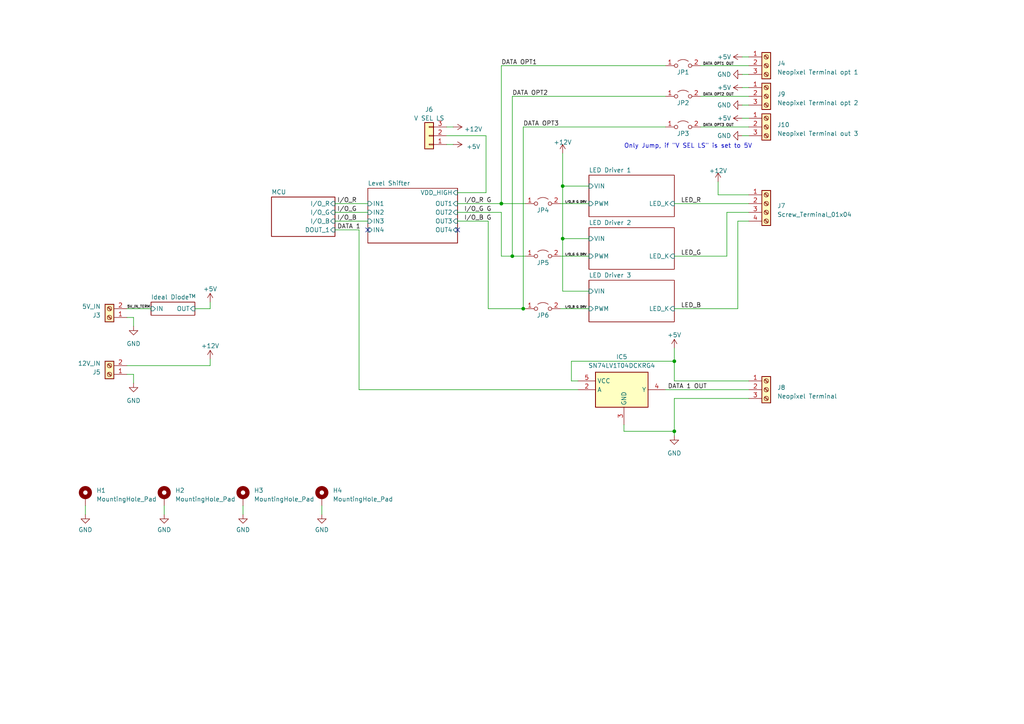
<source format=kicad_sch>
(kicad_sch (version 20230121) (generator eeschema)
  (paper "A4")
  (title_block (title "The Luwu") (date "2023-12-29") (rev "1") (company "FG Labs"))
  (lib_symbols
    (symbol "Connector:Screw_Terminal_01x02" (pin_names (offset 1.016) hide)
      (property "Reference" "J" (at 0 2.54 0))
      (property "Value" "Screw_Terminal_01x02" (at 0 -5.08 0))
      (symbol "Screw_Terminal_01x02_1_1"
        (rectangle (start -1.27 1.27) (end 1.27 -3.81) (stroke (width 0.254)) (fill (type background)))
        (circle (center 0 -2.54) (radius 0.635) (stroke (width 0.1524)))
        (polyline (pts (xy -0.5334 -2.2098) (xy 0.3302 -3.048)) (stroke (width 0.1524)))
        (polyline (pts (xy -0.5334 0.3302) (xy 0.3302 -0.508)) (stroke (width 0.1524)))
        (polyline (pts (xy -0.3556 -2.032) (xy 0.508 -2.8702)) (stroke (width 0.1524)))
        (polyline (pts (xy -0.3556 0.508) (xy 0.508 -0.3302)) (stroke (width 0.1524)))
        (circle (center 0 0) (radius 0.635) (stroke (width 0.1524)))
        (pin passive line (at -5.08 0 0) (length 3.81) (name "Pin_1") (number "1"))
        (pin passive line (at -5.08 -2.54 0) (length 3.81) (name "Pin_2") (number "2"))
      )
    )
    (symbol "Connector:Screw_Terminal_01x03" (pin_names (offset 1.016) hide)
      (property "Reference" "J" (at 0 5.08 0))
      (property "Value" "Screw_Terminal_01x03" (at 0 -5.08 0))
      (symbol "Screw_Terminal_01x03_1_1"
        (rectangle (start -1.27 3.81) (end 1.27 -3.81) (stroke (width 0.254)) (fill (type background)))
        (circle (center 0 -2.54) (radius 0.635) (stroke (width 0.1524)))
        (polyline (pts (xy -0.5334 -2.2098) (xy 0.3302 -3.048)) (stroke (width 0.1524)))
        (polyline (pts (xy -0.5334 0.3302) (xy 0.3302 -0.508)) (stroke (width 0.1524)))
        (polyline (pts (xy -0.5334 2.8702) (xy 0.3302 2.032)) (stroke (width 0.1524)))
        (polyline (pts (xy -0.3556 -2.032) (xy 0.508 -2.8702)) (stroke (width 0.1524)))
        (polyline (pts (xy -0.3556 0.508) (xy 0.508 -0.3302)) (stroke (width 0.1524)))
        (polyline (pts (xy -0.3556 3.048) (xy 0.508 2.2098)) (stroke (width 0.1524)))
        (circle (center 0 0) (radius 0.635) (stroke (width 0.1524)))
        (circle (center 0 2.54) (radius 0.635) (stroke (width 0.1524)))
        (pin passive line (at -5.08 2.54 0) (length 3.81) (name "Pin_1") (number "1"))
        (pin passive line (at -5.08 0 0) (length 3.81) (name "Pin_2") (number "2"))
        (pin passive line (at -5.08 -2.54 0) (length 3.81) (name "Pin_3") (number "3"))
      )
    )
    (symbol "Connector:Screw_Terminal_01x04" (pin_names (offset 1.016) hide)
      (property "Reference" "J" (at 0 5.08 0))
      (property "Value" "Screw_Terminal_01x04" (at 0 -7.62 0))
      (symbol "Screw_Terminal_01x04_1_1"
        (rectangle (start -1.27 3.81) (end 1.27 -6.35) (stroke (width 0.254)) (fill (type background)))
        (circle (center 0 -5.08) (radius 0.635) (stroke (width 0.1524)))
        (circle (center 0 -2.54) (radius 0.635) (stroke (width 0.1524)))
        (polyline (pts (xy -0.5334 -4.7498) (xy 0.3302 -5.588)) (stroke (width 0.1524)))
        (polyline (pts (xy -0.5334 -2.2098) (xy 0.3302 -3.048)) (stroke (width 0.1524)))
        (polyline (pts (xy -0.5334 0.3302) (xy 0.3302 -0.508)) (stroke (width 0.1524)))
        (polyline (pts (xy -0.5334 2.8702) (xy 0.3302 2.032)) (stroke (width 0.1524)))
        (polyline (pts (xy -0.3556 -4.572) (xy 0.508 -5.4102)) (stroke (width 0.1524)))
        (polyline (pts (xy -0.3556 -2.032) (xy 0.508 -2.8702)) (stroke (width 0.1524)))
        (polyline (pts (xy -0.3556 0.508) (xy 0.508 -0.3302)) (stroke (width 0.1524)))
        (polyline (pts (xy -0.3556 3.048) (xy 0.508 2.2098)) (stroke (width 0.1524)))
        (circle (center 0 0) (radius 0.635) (stroke (width 0.1524)))
        (circle (center 0 2.54) (radius 0.635) (stroke (width 0.1524)))
        (pin passive line (at -5.08 2.54 0) (length 3.81) (name "Pin_1") (number "1"))
        (pin passive line (at -5.08 0 0) (length 3.81) (name "Pin_2") (number "2"))
        (pin passive line (at -5.08 -2.54 0) (length 3.81) (name "Pin_3") (number "3"))
        (pin passive line (at -5.08 -5.08 0) (length 3.81) (name "Pin_4") (number "4"))
      )
    )
    (symbol "Connector_Generic:Conn_01x03" (pin_names (offset 1.016) hide)
      (property "Reference" "J" (at 0 5.08 0))
      (property "Value" "Conn_01x03" (at 0 -5.08 0))
      (symbol "Conn_01x03_1_1"
        (rectangle (start -1.27 -2.413) (end 0 -2.667) (stroke (width 0.1524)))
        (rectangle (start -1.27 0.127) (end 0 -0.127) (stroke (width 0.1524)))
        (rectangle (start -1.27 2.667) (end 0 2.413) (stroke (width 0.1524)))
        (rectangle (start -1.27 3.81) (end 1.27 -3.81) (stroke (width 0.254)) (fill (type background)))
        (pin passive line (at -5.08 2.54 0) (length 3.81) (name "Pin_1") (number "1"))
        (pin passive line (at -5.08 0 0) (length 3.81) (name "Pin_2") (number "2"))
        (pin passive line (at -5.08 -2.54 0) (length 3.81) (name "Pin_3") (number "3"))
      )
    )
    (symbol "Jumper:Jumper_2_Open" (pin_names (offset 0) hide)
      (property "Reference" "JP" (at 0 2.794 0))
      (property "Value" "Jumper_2_Open" (at 0 -2.286 0))
      (symbol "Jumper_2_Open_0_0"
        (circle (center -2.032 0) (radius 0.508))
        (circle (center 2.032 0) (radius 0.508))
      )
      (symbol "Jumper_2_Open_0_1"
        (arc (start 1.524 1.27) (mid 0 1.778) (end -1.524 1.27))
      )
      (symbol "Jumper_2_Open_1_1"
        (pin passive line (at -5.08 0 0) (length 2.54) (name "A") (number "1"))
        (pin passive line (at 5.08 0 180) (length 2.54) (name "B") (number "2"))
      )
    )
    (symbol "Mechanical:MountingHole_Pad" (pin_numbers hide) (pin_names (offset 1.016) hide)
      (property "Reference" "H" (at 0 6.35 0))
      (property "Value" "MountingHole_Pad" (at 0 4.445 0))
      (symbol "MountingHole_Pad_0_1"
        (circle (center 0 1.27) (radius 1.27) (stroke (width 1.27)))
      )
      (symbol "MountingHole_Pad_1_1"
        (pin input line (at 0 -2.54 90) (length 2.54) (name "1") (number "1"))
      )
    )
    (symbol "SamacSys_Parts_2:SN74LV1T04DCKRG4"
      (property "Reference" "IC" (at 21.59 7.62 0))
      (property "Value" "SN74LV1T04DCKRG4" (at 21.59 5.08 0))
      (symbol "SN74LV1T04DCKRG4_1_1"
        (rectangle (start 5.08 2.54) (end 20.32 -7.62) (stroke (width 0.254)) (fill (type background)))
        (pin no_connect line (at 38.735 8.89 0) (length 5.08) hide (name "NC") (number "1"))
        (pin passive line (at 0 -2.54 0) (length 5.08) (name "A") (number "2"))
        (pin passive line (at 13.335 -12.7 90) (length 5.08) (name "GND") (number "3"))
        (pin passive line (at 25.4 -2.54 180) (length 5.08) (name "Y") (number "4"))
        (pin passive line (at 0 0 0) (length 5.08) (name "VCC") (number "5"))
      )
    )
    (symbol "power:+12V" (power) (pin_names (offset 0))
      (property "Value" "+12V" (at 0 3.556 0))
      (symbol "+12V_0_1"
        (polyline (pts (xy -0.762 1.27) (xy 0 2.54)))
        (polyline (pts (xy 0 0) (xy 0 2.54)))
        (polyline (pts (xy 0 2.54) (xy 0.762 1.27)))
      )
      (symbol "+12V_1_1"
        (pin power_in line (at 0 0 90) (length 0) hide (name "+12V") (number "1"))
      )
    )
    (symbol "power:+5V" (power) (pin_names (offset 0))
      (property "Value" "+5V" (at 0 3.556 0))
      (symbol "+5V_0_1"
        (polyline (pts (xy -0.762 1.27) (xy 0 2.54)))
        (polyline (pts (xy 0 0) (xy 0 2.54)))
        (polyline (pts (xy 0 2.54) (xy 0.762 1.27)))
      )
      (symbol "+5V_1_1"
        (pin power_in line (at 0 0 90) (length 0) hide (name "+5V") (number "1"))
      )
    )
    (symbol "power:GND" (power) (pin_names (offset 0))
      (property "Value" "GND" (at 0 -3.81 0))
      (symbol "GND_0_1"
        (polyline (pts (xy 0 0) (xy 0 -1.27) (xy 1.27 -1.27) (xy 0 -2.54) (xy -1.27 -1.27) (xy 0 -1.27)))
      )
      (symbol "GND_1_1"
        (pin power_in line (at 0 0 270) (length 0) hide (name "GND") (number "1"))
      )
    )
  )
  (junction (at 163.195 53.975))
  (junction (at 145.415 59.055))
  (junction (at 148.59 74.295))
  (junction (at 151.765 89.535))
  (junction (at 195.58 104.775))
  (junction (at 195.58 125.095))
  (junction (at 163.195 69.215))
  (no_connect (at 132.715 66.675))
  (no_connect (at 106.68 66.675))
  (wire (pts (xy 141.605 89.535) (xy 141.605 64.135)))
  (wire (pts (xy 97.155 61.595) (xy 106.68 61.595)))
  (wire (pts (xy 38.735 92.075) (xy 38.735 94.615)))
  (wire (pts (xy 151.765 89.535) (xy 152.4 89.535)))
  (wire (pts (xy 180.975 125.095) (xy 195.58 125.095)))
  (wire (pts (xy 210.82 61.595) (xy 217.17 61.595)))
  (wire (pts (xy 195.58 59.055) (xy 217.17 59.055)))
  (wire (pts (xy 97.155 66.675) (xy 104.14 66.675)))
  (wire (pts (xy 195.58 110.49) (xy 195.58 104.775)))
  (wire (pts (xy 208.28 56.515) (xy 217.17 56.515)))
  (wire (pts (xy 195.58 74.295) (xy 210.82 74.295)))
  (wire (pts (xy 210.82 74.295) (xy 210.82 61.595)))
  (wire (pts (xy 148.59 74.295) (xy 152.4 74.295)))
  (wire (pts (xy 38.735 108.585) (xy 38.735 111.125)))
  (wire (pts (xy 215.265 16.51) (xy 217.17 16.51)))
  (wire (pts (xy 129.54 39.37) (xy 140.97 39.37)))
  (wire (pts (xy 145.415 74.295) (xy 145.415 61.595)))
  (wire (pts (xy 145.415 61.595) (xy 132.715 61.595)))
  (wire (pts (xy 24.765 146.685) (xy 24.765 149.225)))
  (wire (pts (xy 162.56 74.295) (xy 170.815 74.295)))
  (wire (pts (xy 36.83 92.075) (xy 38.735 92.075)))
  (wire (pts (xy 162.56 59.055) (xy 170.815 59.055)))
  (wire (pts (xy 170.815 84.455) (xy 163.195 84.455)))
  (wire (pts (xy 148.59 27.94) (xy 148.59 74.295)))
  (wire (pts (xy 104.14 113.03) (xy 167.64 113.03)))
  (wire (pts (xy 104.14 66.675) (xy 104.14 113.03)))
  (wire (pts (xy 215.265 21.59) (xy 217.17 21.59)))
  (wire (pts (xy 60.96 106.045) (xy 36.83 106.045)))
  (wire (pts (xy 60.96 89.535) (xy 60.96 87.63)))
  (wire (pts (xy 163.195 69.215) (xy 170.815 69.215)))
  (wire (pts (xy 162.56 89.535) (xy 170.815 89.535)))
  (wire (pts (xy 195.58 125.095) (xy 195.58 126.365)))
  (wire (pts (xy 193.04 19.05) (xy 145.415 19.05)))
  (wire (pts (xy 140.97 39.37) (xy 140.97 55.88)))
  (wire (pts (xy 151.765 36.83) (xy 151.765 89.535)))
  (wire (pts (xy 163.195 53.975) (xy 163.195 69.215)))
  (wire (pts (xy 151.765 36.83) (xy 193.04 36.83)))
  (wire (pts (xy 97.155 59.055) (xy 106.68 59.055)))
  (wire (pts (xy 195.58 104.775) (xy 195.58 100.965)))
  (wire (pts (xy 36.83 108.585) (xy 38.735 108.585)))
  (wire (pts (xy 215.265 30.48) (xy 217.17 30.48)))
  (wire (pts (xy 70.485 146.685) (xy 70.485 149.225)))
  (wire (pts (xy 217.17 110.49) (xy 195.58 110.49)))
  (wire (pts (xy 213.995 89.535) (xy 213.995 64.135)))
  (wire (pts (xy 56.515 89.535) (xy 60.96 89.535)))
  (wire (pts (xy 148.59 74.295) (xy 145.415 74.295)))
  (wire (pts (xy 163.195 84.455) (xy 163.195 69.215)))
  (wire (pts (xy 145.415 19.05) (xy 145.415 59.055)))
  (wire (pts (xy 47.625 146.685) (xy 47.625 149.225)))
  (wire (pts (xy 93.345 146.685) (xy 93.345 149.225)))
  (wire (pts (xy 36.83 89.535) (xy 43.815 89.535)))
  (wire (pts (xy 180.975 123.19) (xy 180.975 125.095)))
  (wire (pts (xy 141.605 89.535) (xy 151.765 89.535)))
  (wire (pts (xy 203.2 19.05) (xy 217.17 19.05)))
  (wire (pts (xy 129.54 41.91) (xy 131.445 41.91)))
  (wire (pts (xy 193.04 113.03) (xy 217.17 113.03)))
  (wire (pts (xy 129.54 36.83) (xy 131.445 36.83)))
  (wire (pts (xy 215.265 25.4) (xy 217.17 25.4)))
  (wire (pts (xy 145.415 59.055) (xy 152.4 59.055)))
  (wire (pts (xy 165.735 110.49) (xy 167.64 110.49)))
  (wire (pts (xy 215.265 34.29) (xy 217.17 34.29)))
  (wire (pts (xy 165.735 104.775) (xy 195.58 104.775)))
  (wire (pts (xy 195.58 89.535) (xy 213.995 89.535)))
  (wire (pts (xy 140.97 55.88) (xy 132.715 55.88)))
  (wire (pts (xy 208.28 56.515) (xy 208.28 52.705)))
  (wire (pts (xy 203.2 27.94) (xy 217.17 27.94)))
  (wire (pts (xy 165.735 110.49) (xy 165.735 104.775)))
  (wire (pts (xy 195.58 115.57) (xy 195.58 125.095)))
  (wire (pts (xy 203.2 36.83) (xy 217.17 36.83)))
  (wire (pts (xy 193.04 27.94) (xy 148.59 27.94)))
  (wire (pts (xy 163.195 53.975) (xy 170.815 53.975)))
  (wire (pts (xy 213.995 64.135) (xy 217.17 64.135)))
  (wire (pts (xy 60.96 104.14) (xy 60.96 106.045)))
  (wire (pts (xy 132.715 59.055) (xy 145.415 59.055)))
  (wire (pts (xy 141.605 64.135) (xy 132.715 64.135)))
  (wire (pts (xy 97.155 64.135) (xy 106.68 64.135)))
  (wire (pts (xy 217.17 115.57) (xy 195.58 115.57)))
  (wire (pts (xy 215.265 39.37) (xy 217.17 39.37)))
  (wire (pts (xy 163.195 44.45) (xy 163.195 53.975)))
  (text "Only Jump, if \"${39dfc45d-d71b-4c28-a5d1-f3c55983bb23:VALUE}\" is set to 5V" (at 180.975 43.18 0) (effects (font (size 1.27 1.27)) (justify left bottom)))
  (label "DATA 1 OUT" (at 193.675 113.03 0))
  (label "LED_G" (at 197.485 74.295 0))
  (label "DATA OPT1 OUT" (at 203.835 19.05 0) (effects (font (size 0.762 0.762))))
  (label "DATA OPT3 OUT" (at 203.835 36.83 0) (effects (font (size 0.762 0.762))))
  (label "I{slash}O_R" (at 97.79 59.055 0))
  (label "DATA OPT2" (at 148.59 27.94 0))
  (label "DATA 1" (at 97.79 66.675 0))
  (label "I{slash}O_G" (at 97.79 61.595 0))
  (label "DATA OPT2 OUT" (at 203.835 27.94 0) (effects (font (size 0.762 0.762))))
  (label "I{slash}O_B G DRV" (at 163.83 89.535 0) (effects (font (size 0.635 0.635))))
  (label "5V_IN_TERM" (at 36.83 89.535 0) (effects (font (size 0.762 0.762))))
  (label "I{slash}O_B G" (at 134.62 64.135 0))
  (label "LED_R" (at 197.485 59.055 0))
  (label "I{slash}O_G G" (at 134.62 61.595 0))
  (label "I{slash}O_B" (at 97.79 64.135 0))
  (label "I{slash}O_R G" (at 134.62 59.055 0))
  (label "DATA OPT1" (at 145.415 19.05 0))
  (label "I{slash}O_G G DRV" (at 163.83 74.295 0) (effects (font (size 0.635 0.635))))
  (label "I{slash}O_R G DRV" (at 163.83 59.055 0) (effects (font (size 0.635 0.635))))
  (label "LED_B" (at 197.485 89.535 0))
  (label "DATA OPT3" (at 151.765 36.83 0))
  (symbol (lib_id "Mechanical:MountingHole_Pad") (at 24.765 144.145 0) (unit 1)
    (property "Reference" "H1" (at 27.94 142.24 0) (effects (justify left)))
    (property "Value" "MountingHole_Pad" (at 27.94 144.78 0) (effects (justify left)))
    (property "Footprint" "MountingHole:MountingHole_3.2mm_M3_DIN965_Pad" (effects hide))
  )
  (symbol (lib_id "power:+5V") (at 215.265 34.29 90) (unit 1)
    (property "Reference" "#PWR044" (effects hide))
    (property "Value" "+5V" (at 212.09 34.29 90) (effects (justify left)))
  )
  (symbol (lib_id "power:+5V") (at 215.265 16.51 90) (unit 1)
    (property "Reference" "#PWR042" (effects hide))
    (property "Value" "+5V" (at 212.09 16.51 90) (effects (justify left)))
  )
  (symbol (lib_id "power:GND") (at 215.265 21.59 270) (unit 1)
    (property "Reference" "#PWR047" (effects hide))
    (property "Value" "GND" (at 212.09 21.59 90) (effects (justify right)))
  )
  (symbol (lib_id "Jumper:Jumper_2_Open") (at 198.12 19.05 0) (unit 1)
    (property "Reference" "JP1" (at 198.12 20.955 0))
    (property "Value" "Jumper_2_Open" (effects hide))
    (property "Footprint" "Connector_PinHeader_2.54mm:PinHeader_1x02_P2.54mm_Vertical" (effects hide))
  )
  (symbol (lib_id "power:+12V") (at 60.96 104.14 0) (unit 1)
    (property "Reference" "#PWR037" (effects hide))
    (property "Value" "+12V" (at 60.96 100.33 0))
  )
  (symbol (lib_id "SamacSys_Parts_2:SN74LV1T04DCKRG4") (at 167.64 110.49 0) (unit 1)
    (property "Reference" "IC5" (at 180.34 103.505 0))
    (property "Value" "SN74LV1T04DCKRG4" (at 180.34 106.045 0))
    (property "Footprint" "Samacsys 2:SOT65P210X110-5N" (effects hide))
    (property "Datasheet" "https://www.ti.com/lit/ds/symlink/sn74lv1t04.pdf?ts=1605766550037&ref_url=https%253A%252F%252Fwww.ti.com%252Fsitesearch%252Fdocs%252Funiversalsearch.tsp%253FsearchTerm%253DSN74LV1T04DCKRG4" (effects hide))
    (property "Height" "1.1" (effects hide))
    (property "Mouser Part Number" "595-SN74LV1T04DCKRG4" (effects hide))
    (property "Mouser Price/Stock" "https://www.mouser.co.uk/ProductDetail/Texas-Instruments/SN74LV1T04DCKRG4?qs=qSfuJ%252Bfl%2Fd4at7O15qky6A%3D%3D" (effects hide))
    (property "Manufacturer_Name" "Texas Instruments" (effects hide))
    (property "Manufacturer_Part_Number" "SN74LV1T04DCKRG4" (effects hide))
  )
  (symbol (lib_id "Connector_Generic:Conn_01x03") (at 124.46 39.37 180) (unit 1)
    (property "Reference" "J6" (at 124.46 31.75 0))
    (property "Value" "V SEL LS" (at 124.46 34.29 0))
    (property "Footprint" "Connector_PinHeader_2.54mm:PinHeader_1x03_P2.54mm_Vertical" (effects hide))
  )
  (symbol (lib_id "Jumper:Jumper_2_Open") (at 157.48 59.055 0) (unit 1)
    (property "Reference" "JP4" (at 157.48 60.96 0))
    (property "Value" "Jumper_2_Open" (effects hide))
    (property "Footprint" "Connector_PinHeader_2.54mm:PinHeader_1x02_P2.54mm_Vertical" (effects hide))
  )
  (symbol (lib_id "Connector:Screw_Terminal_01x02") (at 31.75 108.585 180) (unit 1)
    (property "Reference" "J5" (at 29.21 107.95 0) (effects (justify left)))
    (property "Value" "12V_IN" (at 29.21 105.41 0) (effects (justify left)))
    (property "Footprint" "TerminalBlock:TerminalBlock_bornier-2_P5.08mm" (effects hide))
  )
  (symbol (lib_id "Mechanical:MountingHole_Pad") (at 70.485 144.145 0) (unit 1)
    (property "Reference" "H3" (at 73.66 142.24 0) (effects (justify left)))
    (property "Value" "MountingHole_Pad" (at 73.66 144.78 0) (effects (justify left)))
    (property "Footprint" "MountingHole:MountingHole_3.2mm_M3_DIN965_Pad" (effects hide))
  )
  (symbol (lib_id "power:+12V") (at 131.445 36.83 270) (unit 1)
    (property "Reference" "#PWR035" (effects hide))
    (property "Value" "+12V" (at 134.62 37.465 90) (effects (justify left)))
  )
  (symbol (lib_id "power:GND") (at 93.345 149.225 0) (unit 1)
    (property "Reference" "#PWR052" (effects hide))
    (property "Value" "GND" (at 93.345 153.67 0))
  )
  (symbol (lib_id "Jumper:Jumper_2_Open") (at 157.48 74.295 0) (unit 1)
    (property "Reference" "JP5" (at 157.48 76.2 0))
    (property "Value" "Jumper_2_Open" (effects hide))
    (property "Footprint" "Connector_PinHeader_2.54mm:PinHeader_1x02_P2.54mm_Vertical" (effects hide))
  )
  (symbol (lib_id "Connector:Screw_Terminal_01x03") (at 222.25 113.03 0) (unit 1)
    (property "Reference" "J8" (at 225.425 112.395 0) (effects (justify left)))
    (property "Value" "Neopixel Terminal" (at 225.425 114.935 0) (effects (justify left)))
    (property "Footprint" "TerminalBlock:TerminalBlock_bornier-3_P5.08mm" (effects hide))
  )
  (symbol (lib_id "power:GND") (at 215.265 30.48 270) (unit 1)
    (property "Reference" "#PWR046" (effects hide))
    (property "Value" "GND" (at 212.09 30.48 90) (effects (justify right)))
  )
  (symbol (lib_id "power:+5V") (at 215.265 25.4 90) (unit 1)
    (property "Reference" "#PWR043" (effects hide))
    (property "Value" "+5V" (at 212.09 25.4 90) (effects (justify left)))
  )
  (symbol (lib_id "Connector:Screw_Terminal_01x03") (at 222.25 27.94 0) (unit 1)
    (property "Reference" "J9" (at 225.425 27.305 0) (effects (justify left)))
    (property "Value" "Neopixel Terminal opt 2" (at 225.425 29.845 0) (effects (justify left)))
    (property "Footprint" "TerminalBlock:TerminalBlock_bornier-3_P5.08mm" (effects hide))
  )
  (symbol (lib_id "power:+5V") (at 195.58 100.965 0) (unit 1)
    (property "Reference" "#PWR029" (effects hide))
    (property "Value" "+5V" (at 195.58 97.155 0))
  )
  (symbol (lib_id "Jumper:Jumper_2_Open") (at 157.48 89.535 0) (unit 1)
    (property "Reference" "JP6" (at 157.48 91.44 0))
    (property "Value" "Jumper_2_Open" (effects hide))
    (property "Footprint" "Connector_PinHeader_2.54mm:PinHeader_1x02_P2.54mm_Vertical" (effects hide))
  )
  (symbol (lib_id "Mechanical:MountingHole_Pad") (at 93.345 144.145 0) (unit 1)
    (property "Reference" "H4" (at 96.52 142.24 0) (effects (justify left)))
    (property "Value" "MountingHole_Pad" (at 96.52 144.78 0) (effects (justify left)))
    (property "Footprint" "MountingHole:MountingHole_3.2mm_M3_DIN965_Pad" (effects hide))
  )
  (symbol (lib_id "power:GND") (at 38.735 94.615 0) (unit 1)
    (property "Reference" "#PWR027" (effects hide))
    (property "Value" "GND" (at 38.735 99.695 0))
  )
  (symbol (lib_id "Mechanical:MountingHole_Pad") (at 47.625 144.145 0) (unit 1)
    (property "Reference" "H2" (at 50.8 142.24 0) (effects (justify left)))
    (property "Value" "MountingHole_Pad" (at 50.8 144.78 0) (effects (justify left)))
    (property "Footprint" "MountingHole:MountingHole_3.2mm_M3_DIN965_Pad" (effects hide))
  )
  (symbol (lib_id "power:GND") (at 195.58 126.365 0) (unit 1)
    (property "Reference" "#PWR030" (effects hide))
    (property "Value" "GND" (at 195.58 131.445 0))
  )
  (symbol (lib_id "power:+5V") (at 131.445 41.91 270) (unit 1)
    (property "Reference" "#PWR041" (effects hide))
    (property "Value" "+5V" (at 135.255 42.545 90) (effects (justify left)))
  )
  (symbol (lib_id "power:GND") (at 47.625 149.225 0) (unit 1)
    (property "Reference" "#PWR050" (effects hide))
    (property "Value" "GND" (at 47.625 153.67 0))
  )
  (symbol (lib_id "power:GND") (at 70.485 149.225 0) (unit 1)
    (property "Reference" "#PWR051" (effects hide))
    (property "Value" "GND" (at 70.485 153.67 0))
  )
  (symbol (lib_id "power:+12V") (at 163.195 44.45 0) (unit 1)
    (property "Reference" "#PWR036" (effects hide))
    (property "Value" "+12V" (at 163.195 41.275 0))
  )
  (symbol (lib_id "power:+12V") (at 208.28 52.705 0) (unit 1)
    (property "Reference" "#PWR032" (effects hide))
    (property "Value" "+12V" (at 208.28 49.53 0))
  )
  (symbol (lib_id "power:GND") (at 24.765 149.225 0) (unit 1)
    (property "Reference" "#PWR049" (effects hide))
    (property "Value" "GND" (at 24.765 153.67 0))
  )
  (symbol (lib_id "Connector:Screw_Terminal_01x04") (at 222.25 59.055 0) (unit 1)
    (property "Reference" "J7" (at 225.425 59.69 0) (effects (justify left)))
    (property "Value" "Screw_Terminal_01x04" (at 225.425 62.23 0) (effects (justify left)))
    (property "Footprint" "TerminalBlock:TerminalBlock_bornier-4_P5.08mm" (effects hide))
  )
  (symbol (lib_id "power:+5V") (at 60.96 87.63 0) (unit 1)
    (property "Reference" "#PWR028" (effects hide))
    (property "Value" "+5V" (at 60.96 83.82 0))
  )
  (symbol (lib_id "Jumper:Jumper_2_Open") (at 198.12 27.94 0) (unit 1)
    (property "Reference" "JP2" (at 198.12 29.845 0))
    (property "Value" "Jumper_2_Open" (effects hide))
    (property "Footprint" "Connector_PinHeader_2.54mm:PinHeader_1x02_P2.54mm_Vertical" (effects hide))
  )
  (symbol (lib_id "Connector:Screw_Terminal_01x02") (at 31.75 92.075 180) (unit 1)
    (property "Reference" "J3" (at 29.21 91.44 0) (effects (justify left)))
    (property "Value" "5V_IN" (at 29.21 88.9 0) (effects (justify left)))
    (property "Footprint" "TerminalBlock:TerminalBlock_bornier-2_P5.08mm" (effects hide))
  )
  (symbol (lib_id "power:GND") (at 38.735 111.125 0) (unit 1)
    (property "Reference" "#PWR031" (effects hide))
    (property "Value" "GND" (at 38.735 116.205 0))
  )
  (symbol (lib_id "Connector:Screw_Terminal_01x03") (at 222.25 19.05 0) (unit 1)
    (property "Reference" "J4" (at 225.425 18.415 0) (effects (justify left)))
    (property "Value" "Neopixel Terminal opt 1" (at 225.425 20.955 0) (effects (justify left)))
    (property "Footprint" "TerminalBlock:TerminalBlock_bornier-3_P5.08mm" (effects hide))
  )
  (symbol (lib_id "power:GND") (at 215.265 39.37 270) (unit 1)
    (property "Reference" "#PWR045" (effects hide))
    (property "Value" "GND" (at 212.09 39.37 90) (effects (justify right)))
  )
  (symbol (lib_id "Connector:Screw_Terminal_01x03") (at 222.25 36.83 0) (unit 1)
    (property "Reference" "J10" (at 225.425 36.195 0) (effects (justify left)))
    (property "Value" "Neopixel Terminal out 3" (at 225.425 38.735 0) (effects (justify left)))
    (property "Footprint" "TerminalBlock:TerminalBlock_bornier-3_P5.08mm" (effects hide))
  )
  (symbol (lib_id "Jumper:Jumper_2_Open") (at 198.12 36.83 0) (unit 1)
    (property "Reference" "JP3" (at 198.12 38.735 0))
    (property "Value" "Jumper_2_Open" (effects hide))
    (property "Footprint" "Connector_PinHeader_2.54mm:PinHeader_1x02_P2.54mm_Vertical" (effects hide))
  )
  (sheet (at 170.815 81.28) (size 24.765 12.065) (stroke (width 0.1524))
    (property "Sheetname" "LED Driver 3" (at 170.815 80.5684 0) (effects (justify left bottom)))
    (property "Sheetfile" "LED Driver.kicad_sch" (effects hide))
    (pin "VIN" input (at 170.815 84.455 180))
    (pin "PWM" input (at 170.815 89.535 180))
    (pin "LED_K" input (at 195.58 89.535 0))
  )
  (sheet (at 170.815 66.04) (size 24.765 12.065) (stroke (width 0.1524))
    (property "Sheetname" "LED Driver 2" (at 170.815 65.3284 0) (effects (justify left bottom)))
    (property "Sheetfile" "LED Driver.kicad_sch" (effects hide))
    (pin "VIN" input (at 170.815 69.215 180))
    (pin "PWM" input (at 170.815 74.295 180))
    (pin "LED_K" input (at 195.58 74.295 0))
  )
  (sheet (at 78.74 57.15) (size 18.415 11.43) (stroke (width 0.1524))
    (property "Sheetname" "MCU" (at 78.74 56.4384 0) (effects (justify left bottom)))
    (property "Sheetfile" "MCU.kicad_sch" (effects hide))
    (pin "I{slash}O_B" input (at 97.155 64.135 0))
    (pin "I{slash}O_G" input (at 97.155 61.595 0))
    (pin "DOUT_1" input (at 97.155 66.675 0))
    (pin "I{slash}O_R" input (at 97.155 59.055 0))
  )
  (sheet (at 43.815 87.63) (size 12.7 3.81) (stroke (width 0.1524))
    (property "Sheetname" "Ideal Diode^{TM}" (at 43.815 86.9184 0) (effects (justify left bottom)))
    (property "Sheetfile" "Ideal Diode TM.kicad_sch" (effects hide))
    (pin "OUT" input (at 56.515 89.535 0))
    (pin "IN" input (at 43.815 89.535 180))
  )
  (sheet (at 106.68 54.61) (size 26.035 15.875) (stroke (width 0.1524))
    (property "Sheetname" "Level Shifter" (at 106.68 53.8984 0) (effects (justify left bottom)))
    (property "Sheetfile" "Level Shifter.kicad_sch" (effects hide))
    (pin "IN2" input (at 106.68 61.595 180))
    (pin "IN1" input (at 106.68 59.055 180))
    (pin "OUT3" input (at 132.715 64.135 0))
    (pin "OUT4" input (at 132.715 66.675 0))
    (pin "OUT2" input (at 132.715 61.595 0))
    (pin "OUT1" input (at 132.715 59.055 0))
    (pin "IN4" input (at 106.68 66.675 180))
    (pin "IN3" input (at 106.68 64.135 180))
    (pin "VDD_HIGH" input (at 132.715 55.88 0))
  )
  (sheet (at 170.815 50.8) (size 24.765 12.065) (stroke (width 0.1524))
    (property "Sheetname" "LED Driver 1" (at 170.815 50.0884 0) (effects (justify left bottom)))
    (property "Sheetfile" "LED Driver.kicad_sch" (effects hide))
    (pin "VIN" input (at 170.815 53.975 180))
    (pin "PWM" input (at 170.815 59.055 180))
    (pin "LED_K" input (at 195.58 59.055 0))
  )
)
</source>
